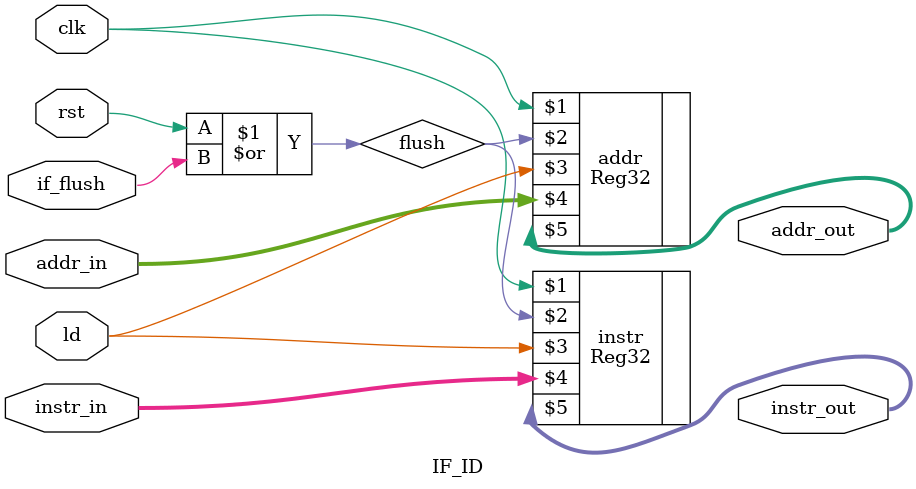
<source format=v>
`timescale 1ns/1ns
module IF_ID(input clk, rst, if_flush, ld,
                input [31:0] addr_in, instr_in, 
                    output [31:0] addr_out, instr_out);

    wire flush;
    assign flush = rst | if_flush;
    Reg32 addr(clk, flush, ld, addr_in, addr_out);
    Reg32 instr(clk, flush, ld, instr_in, instr_out);

endmodule

</source>
